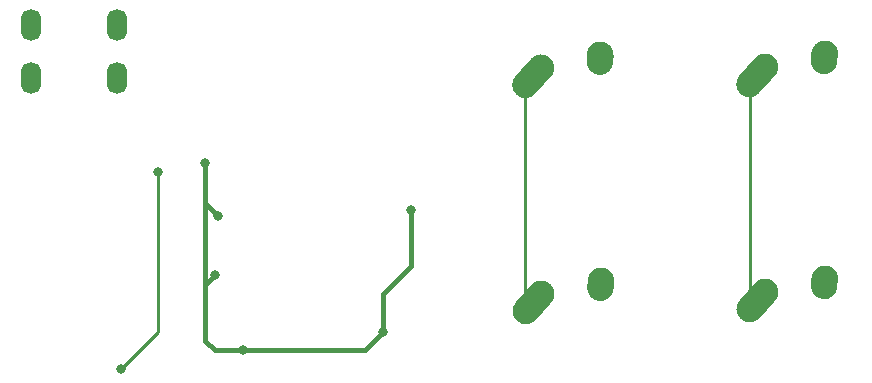
<source format=gtl>
%TF.GenerationSoftware,KiCad,Pcbnew,(5.1.10)-1*%
%TF.CreationDate,2021-05-26T18:35:01+08:00*%
%TF.ProjectId,FirstPCB,46697273-7450-4434-922e-6b696361645f,rev?*%
%TF.SameCoordinates,Original*%
%TF.FileFunction,Copper,L1,Top*%
%TF.FilePolarity,Positive*%
%FSLAX46Y46*%
G04 Gerber Fmt 4.6, Leading zero omitted, Abs format (unit mm)*
G04 Created by KiCad (PCBNEW (5.1.10)-1) date 2021-05-26 18:35:01*
%MOMM*%
%LPD*%
G01*
G04 APERTURE LIST*
%TA.AperFunction,ComponentPad*%
%ADD10C,2.250000*%
%TD*%
%TA.AperFunction,ComponentPad*%
%ADD11O,1.700000X2.700000*%
%TD*%
%TA.AperFunction,ViaPad*%
%ADD12C,0.800000*%
%TD*%
%TA.AperFunction,Conductor*%
%ADD13C,0.381000*%
%TD*%
%TA.AperFunction,Conductor*%
%ADD14C,0.254000*%
%TD*%
G04 APERTURE END LIST*
D10*
%TO.P,MX3,1*%
%TO.N,COL0*%
X115768750Y-131731250D03*
%TA.AperFunction,ComponentPad*%
G36*
G01*
X113707438Y-134028600D02*
X113707433Y-134028595D01*
G75*
G02*
X113621405Y-132439933I751317J837345D01*
G01*
X114931407Y-130979933D01*
G75*
G02*
X116520069Y-130893905I837345J-751317D01*
G01*
X116520069Y-130893905D01*
G75*
G02*
X116606097Y-132482567I-751317J-837345D01*
G01*
X115296095Y-133942567D01*
G75*
G02*
X113707433Y-134028595I-837345J751317D01*
G01*
G37*
%TD.AperFunction*%
%TO.P,MX3,2*%
%TO.N,Net-(D3-Pad2)*%
X120808750Y-130651250D03*
%TA.AperFunction,ComponentPad*%
G36*
G01*
X120692233Y-132353645D02*
X120691347Y-132353584D01*
G75*
G02*
X119646416Y-131153847I77403J1122334D01*
G01*
X119686416Y-130573847D01*
G75*
G02*
X120886153Y-129528916I1122334J-77403D01*
G01*
X120886153Y-129528916D01*
G75*
G02*
X121931084Y-130728653I-77403J-1122334D01*
G01*
X121891084Y-131308653D01*
G75*
G02*
X120691347Y-132353584I-1122334J77403D01*
G01*
G37*
%TD.AperFunction*%
%TD*%
%TO.P,MX1,1*%
%TO.N,COL0*%
X115737000Y-112586000D03*
%TA.AperFunction,ComponentPad*%
G36*
G01*
X113675688Y-114883350D02*
X113675683Y-114883345D01*
G75*
G02*
X113589655Y-113294683I751317J837345D01*
G01*
X114899657Y-111834683D01*
G75*
G02*
X116488319Y-111748655I837345J-751317D01*
G01*
X116488319Y-111748655D01*
G75*
G02*
X116574347Y-113337317I-751317J-837345D01*
G01*
X115264345Y-114797317D01*
G75*
G02*
X113675683Y-114883345I-837345J751317D01*
G01*
G37*
%TD.AperFunction*%
%TO.P,MX1,2*%
%TO.N,Net-(D1-Pad2)*%
X120777000Y-111506000D03*
%TA.AperFunction,ComponentPad*%
G36*
G01*
X120660483Y-113208395D02*
X120659597Y-113208334D01*
G75*
G02*
X119614666Y-112008597I77403J1122334D01*
G01*
X119654666Y-111428597D01*
G75*
G02*
X120854403Y-110383666I1122334J-77403D01*
G01*
X120854403Y-110383666D01*
G75*
G02*
X121899334Y-111583403I-77403J-1122334D01*
G01*
X121859334Y-112163403D01*
G75*
G02*
X120659597Y-113208334I-1122334J77403D01*
G01*
G37*
%TD.AperFunction*%
%TD*%
D11*
%TO.P,USB1,6*%
%TO.N,Net-(USB1-Pad6)*%
X72550000Y-108966000D03*
X79850000Y-108966000D03*
X79850000Y-113466000D03*
X72550000Y-113466000D03*
%TD*%
D10*
%TO.P,MX4,1*%
%TO.N,COL1*%
X134723500Y-131572500D03*
%TA.AperFunction,ComponentPad*%
G36*
G01*
X132662188Y-133869850D02*
X132662183Y-133869845D01*
G75*
G02*
X132576155Y-132281183I751317J837345D01*
G01*
X133886157Y-130821183D01*
G75*
G02*
X135474819Y-130735155I837345J-751317D01*
G01*
X135474819Y-130735155D01*
G75*
G02*
X135560847Y-132323817I-751317J-837345D01*
G01*
X134250845Y-133783817D01*
G75*
G02*
X132662183Y-133869845I-837345J751317D01*
G01*
G37*
%TD.AperFunction*%
%TO.P,MX4,2*%
%TO.N,Net-(D4-Pad2)*%
X139763500Y-130492500D03*
%TA.AperFunction,ComponentPad*%
G36*
G01*
X139646983Y-132194895D02*
X139646097Y-132194834D01*
G75*
G02*
X138601166Y-130995097I77403J1122334D01*
G01*
X138641166Y-130415097D01*
G75*
G02*
X139840903Y-129370166I1122334J-77403D01*
G01*
X139840903Y-129370166D01*
G75*
G02*
X140885834Y-130569903I-77403J-1122334D01*
G01*
X140845834Y-131149903D01*
G75*
G02*
X139646097Y-132194834I-1122334J77403D01*
G01*
G37*
%TD.AperFunction*%
%TD*%
%TO.P,MX2,1*%
%TO.N,COL1*%
X134710500Y-112522500D03*
%TA.AperFunction,ComponentPad*%
G36*
G01*
X132649188Y-114819850D02*
X132649183Y-114819845D01*
G75*
G02*
X132563155Y-113231183I751317J837345D01*
G01*
X133873157Y-111771183D01*
G75*
G02*
X135461819Y-111685155I837345J-751317D01*
G01*
X135461819Y-111685155D01*
G75*
G02*
X135547847Y-113273817I-751317J-837345D01*
G01*
X134237845Y-114733817D01*
G75*
G02*
X132649183Y-114819845I-837345J751317D01*
G01*
G37*
%TD.AperFunction*%
%TO.P,MX2,2*%
%TO.N,Net-(D2-Pad2)*%
X139750500Y-111442500D03*
%TA.AperFunction,ComponentPad*%
G36*
G01*
X139633983Y-113144895D02*
X139633097Y-113144834D01*
G75*
G02*
X138588166Y-111945097I77403J1122334D01*
G01*
X138628166Y-111365097D01*
G75*
G02*
X139827903Y-110320166I1122334J-77403D01*
G01*
X139827903Y-110320166D01*
G75*
G02*
X140872834Y-111519903I-77403J-1122334D01*
G01*
X140832834Y-112099903D01*
G75*
G02*
X139633097Y-113144834I-1122334J77403D01*
G01*
G37*
%TD.AperFunction*%
%TD*%
D12*
%TO.N,+5V*%
X90487500Y-136525000D03*
X87312500Y-120650000D03*
X102393750Y-134937500D03*
X104775000Y-124618750D03*
X88379692Y-125139058D03*
X88106250Y-130175000D03*
%TO.N,Net-(R1-Pad2)*%
X80168750Y-138112500D03*
X83343750Y-121443750D03*
%TD*%
D13*
%TO.N,+5V*%
X88106250Y-136525000D02*
X90487500Y-136525000D01*
X87312500Y-135731250D02*
X88106250Y-136525000D01*
X102393750Y-134937500D02*
X102393750Y-131762500D01*
X104775000Y-129381250D02*
X104775000Y-124618750D01*
X102393750Y-131762500D02*
X104775000Y-129381250D01*
X100806250Y-136525000D02*
X102393750Y-134937500D01*
X90487500Y-136525000D02*
X100806250Y-136525000D01*
X88379692Y-125139058D02*
X87312500Y-124071866D01*
X88106250Y-130175000D02*
X87312500Y-130968750D01*
X87312500Y-130968750D02*
X87312500Y-135731250D01*
X87312500Y-120650000D02*
X87312500Y-130968750D01*
D14*
%TO.N,COL0*%
X114363500Y-113982500D02*
X114363500Y-133032500D01*
%TO.N,COL1*%
X133400500Y-133019500D02*
X133413500Y-133032500D01*
X133400500Y-113982500D02*
X133400500Y-133019500D01*
%TO.N,Net-(R1-Pad2)*%
X83343750Y-134937500D02*
X83343750Y-121443750D01*
X80168750Y-138112500D02*
X83343750Y-134937500D01*
%TD*%
M02*

</source>
